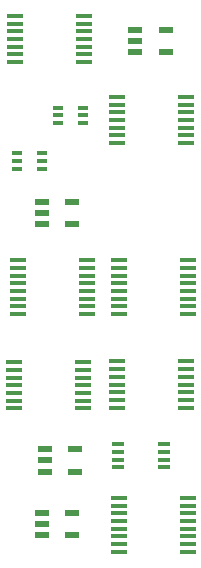
<source format=gtp>
%TF.GenerationSoftware,KiCad,Pcbnew,8.0.5*%
%TF.CreationDate,2024-09-17T17:49:43+02:00*%
%TF.ProjectId,W65C816 Clock Hold,57363543-3831-4362-9043-6c6f636b2048,V1*%
%TF.SameCoordinates,PX525bfc0PY43d3480*%
%TF.FileFunction,Paste,Top*%
%TF.FilePolarity,Positive*%
%FSLAX46Y46*%
G04 Gerber Fmt 4.6, Leading zero omitted, Abs format (unit mm)*
G04 Created by KiCad (PCBNEW 8.0.5) date 2024-09-17 17:49:43*
%MOMM*%
%LPD*%
G01*
G04 APERTURE LIST*
%ADD10R,0.875000X0.450000*%
%ADD11R,1.250000X0.600000*%
%ADD12R,1.450000X0.450000*%
%ADD13R,1.475000X0.450000*%
%ADD14R,1.100000X0.450000*%
%ADD15R,1.150000X0.600000*%
G04 APERTURE END LIST*
D10*
%TO.C,IC47*%
X7701000Y-4430000D03*
X7701000Y-5080000D03*
X7701000Y-5730000D03*
X9825000Y-5730000D03*
X9825000Y-5080000D03*
X9825000Y-4430000D03*
%TD*%
D11*
%TO.C,IC28*%
X6624000Y-33340000D03*
X6624000Y-34290000D03*
X6624000Y-35240000D03*
X9124000Y-35240000D03*
X9124000Y-33340000D03*
%TD*%
D12*
%TO.C,IC1*%
X4314000Y-17333000D03*
X4314000Y-17983000D03*
X4314000Y-18633000D03*
X4314000Y-19283000D03*
X4314000Y-19933000D03*
X4314000Y-20583000D03*
X4314000Y-21233000D03*
X4314000Y-21883000D03*
X10164000Y-21883000D03*
X10164000Y-21233000D03*
X10164000Y-20583000D03*
X10164000Y-19933000D03*
X10164000Y-19283000D03*
X10164000Y-18633000D03*
X10164000Y-17983000D03*
X10164000Y-17333000D03*
%TD*%
D13*
%TO.C,IC26*%
X3920000Y-25990000D03*
X3920000Y-26640000D03*
X3920000Y-27290000D03*
X3920000Y-27940000D03*
X3920000Y-28590000D03*
X3920000Y-29240000D03*
X3920000Y-29890000D03*
X9796000Y-29890000D03*
X9796000Y-29240000D03*
X9796000Y-28590000D03*
X9796000Y-27940000D03*
X9796000Y-27290000D03*
X9796000Y-26640000D03*
X9796000Y-25990000D03*
%TD*%
%TO.C,IC31*%
X4047000Y3347000D03*
X4047000Y2697000D03*
X4047000Y2047000D03*
X4047000Y1397000D03*
X4047000Y747000D03*
X4047000Y97000D03*
X4047000Y-553000D03*
X9923000Y-553000D03*
X9923000Y97000D03*
X9923000Y747000D03*
X9923000Y1397000D03*
X9923000Y2047000D03*
X9923000Y2697000D03*
X9923000Y3347000D03*
%TD*%
D12*
%TO.C,IC22*%
X12823000Y-17333000D03*
X12823000Y-17983000D03*
X12823000Y-18633000D03*
X12823000Y-19283000D03*
X12823000Y-19933000D03*
X12823000Y-20583000D03*
X12823000Y-21233000D03*
X12823000Y-21883000D03*
X18673000Y-21883000D03*
X18673000Y-21233000D03*
X18673000Y-20583000D03*
X18673000Y-19933000D03*
X18673000Y-19283000D03*
X18673000Y-18633000D03*
X18673000Y-17983000D03*
X18673000Y-17333000D03*
%TD*%
D14*
%TO.C,IC4*%
X12782000Y-32934000D03*
X12782000Y-33584000D03*
X12782000Y-34234000D03*
X12782000Y-34884000D03*
X16682000Y-34884000D03*
X16682000Y-34234000D03*
X16682000Y-33584000D03*
X16682000Y-32934000D03*
%TD*%
D10*
%TO.C,IC43*%
X4226000Y-8285000D03*
X4226000Y-8935000D03*
X4226000Y-9585000D03*
X6350000Y-9585000D03*
X6350000Y-8935000D03*
X6350000Y-8285000D03*
%TD*%
D13*
%TO.C,IC7*%
X12683000Y-3511000D03*
X12683000Y-4161000D03*
X12683000Y-4811000D03*
X12683000Y-5461000D03*
X12683000Y-6111000D03*
X12683000Y-6761000D03*
X12683000Y-7411000D03*
X18559000Y-7411000D03*
X18559000Y-6761000D03*
X18559000Y-6111000D03*
X18559000Y-5461000D03*
X18559000Y-4811000D03*
X18559000Y-4161000D03*
X18559000Y-3511000D03*
%TD*%
%TO.C,IC24*%
X12683000Y-25913000D03*
X12683000Y-26563000D03*
X12683000Y-27213000D03*
X12683000Y-27863000D03*
X12683000Y-28513000D03*
X12683000Y-29163000D03*
X12683000Y-29813000D03*
X18559000Y-29813000D03*
X18559000Y-29163000D03*
X18559000Y-28513000D03*
X18559000Y-27863000D03*
X18559000Y-27213000D03*
X18559000Y-26563000D03*
X18559000Y-25913000D03*
%TD*%
D11*
%TO.C,IC29*%
X6370000Y-12385000D03*
X6370000Y-13335000D03*
X6370000Y-14285000D03*
X8870000Y-14285000D03*
X8870000Y-12385000D03*
%TD*%
D15*
%TO.C,IC2*%
X14224000Y2159000D03*
X14224000Y1209000D03*
X14224000Y259000D03*
X16824000Y259000D03*
X16824000Y2159000D03*
%TD*%
D12*
%TO.C,IC23*%
X12823000Y-37476000D03*
X12823000Y-38126000D03*
X12823000Y-38776000D03*
X12823000Y-39426000D03*
X12823000Y-40076000D03*
X12823000Y-40726000D03*
X12823000Y-41376000D03*
X12823000Y-42026000D03*
X18673000Y-42026000D03*
X18673000Y-41376000D03*
X18673000Y-40726000D03*
X18673000Y-40076000D03*
X18673000Y-39426000D03*
X18673000Y-38776000D03*
X18673000Y-38126000D03*
X18673000Y-37476000D03*
%TD*%
D11*
%TO.C,IC44*%
X6350000Y-38708000D03*
X6350000Y-39658000D03*
X6350000Y-40608000D03*
X8850000Y-40608000D03*
X8850000Y-38708000D03*
%TD*%
M02*

</source>
